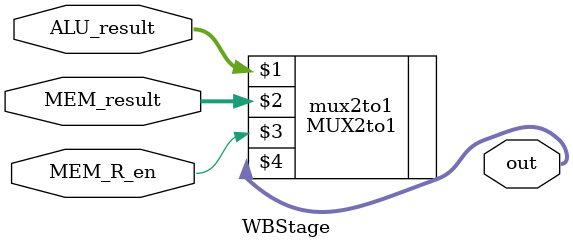
<source format=v>
`timescale 1ns/1ns

module WBStage(ALU_result, MEM_result, MEM_R_en, out);
  input[31:0] ALU_result, MEM_result;
  input MEM_R_en;
  output[31:0] out;
  
  MUX2to1#(32) mux2to1(ALU_result, MEM_result, MEM_R_en, out);
endmodule
</source>
